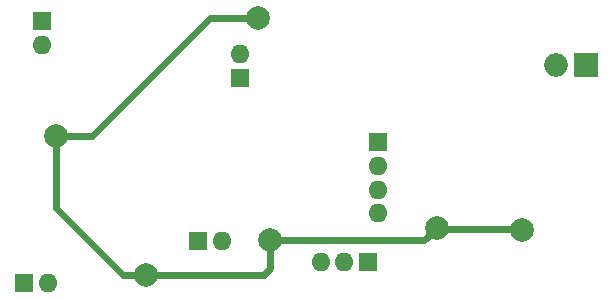
<source format=gbr>
%TF.GenerationSoftware,KiCad,Pcbnew,5.1.8+dfsg1-1~bpo10+1*%
%TF.CreationDate,2020-11-21T14:30:28+03:00*%
%TF.ProjectId,ADCandDAC,41444361-6e64-4444-9143-2e6b69636164,rev?*%
%TF.SameCoordinates,Original*%
%TF.FileFunction,Copper,L2,Bot*%
%TF.FilePolarity,Positive*%
%FSLAX46Y46*%
G04 Gerber Fmt 4.6, Leading zero omitted, Abs format (unit mm)*
G04 Created by KiCad (PCBNEW 5.1.8+dfsg1-1~bpo10+1) date 2020-11-21 14:30:28*
%MOMM*%
%LPD*%
G01*
G04 APERTURE LIST*
%TA.AperFunction,ComponentPad*%
%ADD10R,1.600000X1.600000*%
%TD*%
%TA.AperFunction,ComponentPad*%
%ADD11O,1.600000X1.600000*%
%TD*%
%TA.AperFunction,ComponentPad*%
%ADD12R,2.000000X2.000000*%
%TD*%
%TA.AperFunction,ComponentPad*%
%ADD13O,2.000000X2.000000*%
%TD*%
%TA.AperFunction,ViaPad*%
%ADD14C,2.000000*%
%TD*%
%TA.AperFunction,Conductor*%
%ADD15C,0.400000*%
%TD*%
%TA.AperFunction,Conductor*%
%ADD16C,0.600000*%
%TD*%
G04 APERTURE END LIST*
D10*
%TO.P,J1,1*%
%TO.N,Net-(J1-Pad1)*%
X8872000Y27447000D03*
D11*
%TO.P,J1,2*%
%TO.N,Net-(J1-Pad2)*%
X8872000Y25447000D03*
%TD*%
%TO.P,J2,2*%
%TO.N,GND*%
X25636000Y24621000D03*
D10*
%TO.P,J2,1*%
%TO.N,Net-(J2-Pad1)*%
X25636000Y22621000D03*
%TD*%
D11*
%TO.P,J3,2*%
%TO.N,Net-(J3-Pad2)*%
X9348000Y5222000D03*
D10*
%TO.P,J3,1*%
%TO.N,Net-(J3-Pad1)*%
X7348000Y5222000D03*
%TD*%
D12*
%TO.P,J4,1*%
%TO.N,VCC_12V*%
X54934900Y23725900D03*
D13*
%TO.P,J4,2*%
%TO.N,GND*%
X52394900Y23725900D03*
%TD*%
D10*
%TO.P,J5,1*%
%TO.N,Net-(J5-Pad1)*%
X22092700Y8778000D03*
D11*
%TO.P,J5,2*%
%TO.N,GND*%
X24092700Y8778000D03*
%TD*%
D10*
%TO.P,J6,1*%
%TO.N,DAC*%
X36456400Y7000000D03*
D11*
%TO.P,J6,2*%
%TO.N,GND*%
X34456400Y7000000D03*
%TO.P,J6,3*%
%TO.N,ADC*%
X32456400Y7000000D03*
%TD*%
D10*
%TO.P,J7,1*%
%TO.N,SCK*%
X37320000Y17160000D03*
D11*
%TO.P,J7,2*%
%TO.N,MISO*%
X37320000Y15160000D03*
%TO.P,J7,3*%
%TO.N,MOSI*%
X37320000Y13160000D03*
%TO.P,J7,4*%
%TO.N,GND*%
X37320000Y11160000D03*
%TD*%
D14*
%TO.N,/REF+5*%
X42273000Y9921000D03*
X28201400Y8905000D03*
X49499300Y9781300D03*
X10050000Y17668000D03*
X17685800Y5933200D03*
X27198100Y27650200D03*
%TD*%
D15*
%TO.N,/REF+5*%
X42400000Y9794000D02*
X42273000Y9921000D01*
D16*
X28582400Y8524000D02*
X28201400Y8905000D01*
X42273000Y9921000D02*
X41206200Y8854200D01*
D15*
X28252200Y8854200D02*
X28201400Y8905000D01*
D16*
X41206200Y8854200D02*
X28252200Y8854200D01*
X49486600Y9794000D02*
X49499300Y9781300D01*
X42400000Y9794000D02*
X49486600Y9794000D01*
X17685800Y5933200D02*
X27642600Y5933200D01*
X28201400Y6492000D02*
X28201400Y8905000D01*
X27642600Y5933200D02*
X28201400Y6492000D01*
X17685800Y5933200D02*
X15755400Y5933200D01*
X10050000Y11638600D02*
X10050000Y17668000D01*
X15755400Y5933200D02*
X10050000Y11638600D01*
X10050000Y17668000D02*
X13139200Y17668000D01*
X13139200Y17668000D02*
X23121400Y27650200D01*
X23121400Y27650200D02*
X27198100Y27650200D01*
%TD*%
M02*

</source>
